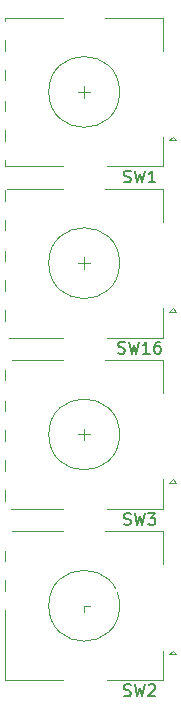
<source format=gto>
G04 #@! TF.GenerationSoftware,KiCad,Pcbnew,(6.0.1)*
G04 #@! TF.CreationDate,2022-01-29T10:27:06+01:00*
G04 #@! TF.ProjectId,mico,6d69636f-2e6b-4696-9361-645f70636258,rev?*
G04 #@! TF.SameCoordinates,Original*
G04 #@! TF.FileFunction,Legend,Top*
G04 #@! TF.FilePolarity,Positive*
%FSLAX46Y46*%
G04 Gerber Fmt 4.6, Leading zero omitted, Abs format (unit mm)*
G04 Created by KiCad (PCBNEW (6.0.1)) date 2022-01-29 10:27:06*
%MOMM*%
%LPD*%
G01*
G04 APERTURE LIST*
%ADD10C,0.150000*%
%ADD11C,0.120000*%
%ADD12R,2.000000X2.000000*%
%ADD13C,2.000000*%
%ADD14R,3.000000X2.500000*%
%ADD15O,1.500000X1.500000*%
%ADD16O,1.800000X1.800000*%
%ADD17O,1.700000X1.700000*%
%ADD18R,1.700000X1.700000*%
G04 APERTURE END LIST*
D10*
X139416666Y-81604761D02*
X139559523Y-81652380D01*
X139797619Y-81652380D01*
X139892857Y-81604761D01*
X139940476Y-81557142D01*
X139988095Y-81461904D01*
X139988095Y-81366666D01*
X139940476Y-81271428D01*
X139892857Y-81223809D01*
X139797619Y-81176190D01*
X139607142Y-81128571D01*
X139511904Y-81080952D01*
X139464285Y-81033333D01*
X139416666Y-80938095D01*
X139416666Y-80842857D01*
X139464285Y-80747619D01*
X139511904Y-80700000D01*
X139607142Y-80652380D01*
X139845238Y-80652380D01*
X139988095Y-80700000D01*
X140321428Y-80652380D02*
X140559523Y-81652380D01*
X140750000Y-80938095D01*
X140940476Y-81652380D01*
X141178571Y-80652380D01*
X142083333Y-81652380D02*
X141511904Y-81652380D01*
X141797619Y-81652380D02*
X141797619Y-80652380D01*
X141702380Y-80795238D01*
X141607142Y-80890476D01*
X141511904Y-80938095D01*
X138940476Y-96104761D02*
X139083333Y-96152380D01*
X139321428Y-96152380D01*
X139416666Y-96104761D01*
X139464285Y-96057142D01*
X139511904Y-95961904D01*
X139511904Y-95866666D01*
X139464285Y-95771428D01*
X139416666Y-95723809D01*
X139321428Y-95676190D01*
X139130952Y-95628571D01*
X139035714Y-95580952D01*
X138988095Y-95533333D01*
X138940476Y-95438095D01*
X138940476Y-95342857D01*
X138988095Y-95247619D01*
X139035714Y-95200000D01*
X139130952Y-95152380D01*
X139369047Y-95152380D01*
X139511904Y-95200000D01*
X139845238Y-95152380D02*
X140083333Y-96152380D01*
X140273809Y-95438095D01*
X140464285Y-96152380D01*
X140702380Y-95152380D01*
X141607142Y-96152380D02*
X141035714Y-96152380D01*
X141321428Y-96152380D02*
X141321428Y-95152380D01*
X141226190Y-95295238D01*
X141130952Y-95390476D01*
X141035714Y-95438095D01*
X142464285Y-95152380D02*
X142273809Y-95152380D01*
X142178571Y-95200000D01*
X142130952Y-95247619D01*
X142035714Y-95390476D01*
X141988095Y-95580952D01*
X141988095Y-95961904D01*
X142035714Y-96057142D01*
X142083333Y-96104761D01*
X142178571Y-96152380D01*
X142369047Y-96152380D01*
X142464285Y-96104761D01*
X142511904Y-96057142D01*
X142559523Y-95961904D01*
X142559523Y-95723809D01*
X142511904Y-95628571D01*
X142464285Y-95580952D01*
X142369047Y-95533333D01*
X142178571Y-95533333D01*
X142083333Y-95580952D01*
X142035714Y-95628571D01*
X141988095Y-95723809D01*
X139416666Y-125104761D02*
X139559523Y-125152380D01*
X139797619Y-125152380D01*
X139892857Y-125104761D01*
X139940476Y-125057142D01*
X139988095Y-124961904D01*
X139988095Y-124866666D01*
X139940476Y-124771428D01*
X139892857Y-124723809D01*
X139797619Y-124676190D01*
X139607142Y-124628571D01*
X139511904Y-124580952D01*
X139464285Y-124533333D01*
X139416666Y-124438095D01*
X139416666Y-124342857D01*
X139464285Y-124247619D01*
X139511904Y-124200000D01*
X139607142Y-124152380D01*
X139845238Y-124152380D01*
X139988095Y-124200000D01*
X140321428Y-124152380D02*
X140559523Y-125152380D01*
X140750000Y-124438095D01*
X140940476Y-125152380D01*
X141178571Y-124152380D01*
X141511904Y-124247619D02*
X141559523Y-124200000D01*
X141654761Y-124152380D01*
X141892857Y-124152380D01*
X141988095Y-124200000D01*
X142035714Y-124247619D01*
X142083333Y-124342857D01*
X142083333Y-124438095D01*
X142035714Y-124580952D01*
X141464285Y-125152380D01*
X142083333Y-125152380D01*
X139416666Y-110604761D02*
X139559523Y-110652380D01*
X139797619Y-110652380D01*
X139892857Y-110604761D01*
X139940476Y-110557142D01*
X139988095Y-110461904D01*
X139988095Y-110366666D01*
X139940476Y-110271428D01*
X139892857Y-110223809D01*
X139797619Y-110176190D01*
X139607142Y-110128571D01*
X139511904Y-110080952D01*
X139464285Y-110033333D01*
X139416666Y-109938095D01*
X139416666Y-109842857D01*
X139464285Y-109747619D01*
X139511904Y-109700000D01*
X139607142Y-109652380D01*
X139845238Y-109652380D01*
X139988095Y-109700000D01*
X140321428Y-109652380D02*
X140559523Y-110652380D01*
X140750000Y-109938095D01*
X140940476Y-110652380D01*
X141178571Y-109652380D01*
X141464285Y-109652380D02*
X142083333Y-109652380D01*
X141750000Y-110033333D01*
X141892857Y-110033333D01*
X141988095Y-110080952D01*
X142035714Y-110128571D01*
X142083333Y-110223809D01*
X142083333Y-110461904D01*
X142035714Y-110557142D01*
X141988095Y-110604761D01*
X141892857Y-110652380D01*
X141607142Y-110652380D01*
X141511904Y-110604761D01*
X141464285Y-110557142D01*
D11*
X142750000Y-80300000D02*
X142750000Y-77800000D01*
X143250000Y-78100000D02*
X143550000Y-77800000D01*
X137950000Y-80300000D02*
X142750000Y-80300000D01*
X136050000Y-74500000D02*
X136050000Y-73500000D01*
X134250000Y-80300000D02*
X129350000Y-80300000D01*
X137850000Y-67700000D02*
X142750000Y-67700000D01*
X129350000Y-80300000D02*
X129350000Y-67700000D01*
X143550000Y-77800000D02*
X143850000Y-78100000D01*
X143850000Y-78100000D02*
X143250000Y-78100000D01*
X129350000Y-67700000D02*
X134250000Y-67700000D01*
X136550000Y-74000000D02*
X135550000Y-74000000D01*
X142750000Y-67700000D02*
X142750000Y-70500000D01*
X139050000Y-74000000D02*
G75*
G03*
X139050000Y-74000000I-3000000J0D01*
G01*
X137950000Y-94800000D02*
X142750000Y-94800000D01*
X142750000Y-82200000D02*
X142750000Y-85000000D01*
X137850000Y-82200000D02*
X142750000Y-82200000D01*
X143250000Y-92600000D02*
X143550000Y-92300000D01*
X129350000Y-82200000D02*
X134250000Y-82200000D01*
X136550000Y-88500000D02*
X135550000Y-88500000D01*
X142750000Y-94800000D02*
X142750000Y-92300000D01*
X134250000Y-94800000D02*
X129350000Y-94800000D01*
X143550000Y-92300000D02*
X143850000Y-92600000D01*
X143850000Y-92600000D02*
X143250000Y-92600000D01*
X136050000Y-89000000D02*
X136050000Y-88000000D01*
X129350000Y-94800000D02*
X129350000Y-82200000D01*
X139050000Y-88500000D02*
G75*
G03*
X139050000Y-88500000I-3000000J0D01*
G01*
X143550000Y-121300000D02*
X143850000Y-121600000D01*
X142750000Y-123800000D02*
X142750000Y-121300000D01*
X129350000Y-111200000D02*
X134250000Y-111200000D01*
X136550000Y-117500000D02*
X135550000Y-117500000D01*
X136050000Y-118000000D02*
X136050000Y-117000000D01*
X137950000Y-123800000D02*
X142750000Y-123800000D01*
X142750000Y-111200000D02*
X142750000Y-114000000D01*
X137850000Y-111200000D02*
X142750000Y-111200000D01*
X143850000Y-121600000D02*
X143250000Y-121600000D01*
X129350000Y-123800000D02*
X129350000Y-111200000D01*
X134250000Y-123800000D02*
X129350000Y-123800000D01*
X143250000Y-121600000D02*
X143550000Y-121300000D01*
X139050000Y-117500000D02*
G75*
G03*
X139050000Y-117500000I-3000000J0D01*
G01*
X134250000Y-109300000D02*
X129350000Y-109300000D01*
X143550000Y-106800000D02*
X143850000Y-107100000D01*
X143250000Y-107100000D02*
X143550000Y-106800000D01*
X129350000Y-109300000D02*
X129350000Y-96700000D01*
X137950000Y-109300000D02*
X142750000Y-109300000D01*
X136550000Y-103000000D02*
X135550000Y-103000000D01*
X142750000Y-96700000D02*
X142750000Y-99500000D01*
X129350000Y-96700000D02*
X134250000Y-96700000D01*
X143850000Y-107100000D02*
X143250000Y-107100000D01*
X137850000Y-96700000D02*
X142750000Y-96700000D01*
X136050000Y-103500000D02*
X136050000Y-102500000D01*
X142750000Y-109300000D02*
X142750000Y-106800000D01*
X139050000Y-103000000D02*
G75*
G03*
X139050000Y-103000000I-3000000J0D01*
G01*
%LPC*%
D12*
X143550000Y-76500000D03*
D13*
X143550000Y-71500000D03*
X143550000Y-74000000D03*
D14*
X136050000Y-68400000D03*
X136050000Y-79600000D03*
D12*
X143550000Y-91000000D03*
D13*
X143550000Y-86000000D03*
X143550000Y-88500000D03*
D14*
X136050000Y-82900000D03*
X136050000Y-94100000D03*
D12*
X143550000Y-120000000D03*
D13*
X143550000Y-115000000D03*
X143550000Y-117500000D03*
D14*
X136050000Y-111900000D03*
X136050000Y-123100000D03*
D12*
X143550000Y-105500000D03*
D13*
X143550000Y-100500000D03*
X143550000Y-103000000D03*
D14*
X136050000Y-97400000D03*
X136050000Y-108600000D03*
D15*
X140425000Y-72030000D03*
D16*
X135275000Y-69000000D03*
X140725000Y-69000000D03*
D15*
X135575000Y-72030000D03*
D17*
X146890000Y-68870000D03*
X146890000Y-71410000D03*
D18*
X146890000Y-73950000D03*
D17*
X146890000Y-76490000D03*
X146890000Y-79030000D03*
X146890000Y-81570000D03*
X146890000Y-84110000D03*
D18*
X146890000Y-86650000D03*
D17*
X146890000Y-89190000D03*
X146890000Y-91730000D03*
X146890000Y-94270000D03*
X146890000Y-96810000D03*
D18*
X146890000Y-99350000D03*
D17*
X146890000Y-101890000D03*
X146890000Y-104430000D03*
X146890000Y-106970000D03*
X146890000Y-109510000D03*
D18*
X146890000Y-112050000D03*
D17*
X146890000Y-114590000D03*
X146890000Y-117130000D03*
X129110000Y-117130000D03*
X129110000Y-114590000D03*
D18*
X129110000Y-112050000D03*
D17*
X129110000Y-109510000D03*
X129110000Y-106970000D03*
X129110000Y-104430000D03*
X129110000Y-101890000D03*
D18*
X129110000Y-99350000D03*
D17*
X129110000Y-96810000D03*
X129110000Y-94270000D03*
X129110000Y-91730000D03*
X129110000Y-89190000D03*
D18*
X129110000Y-86650000D03*
D17*
X129110000Y-84110000D03*
X129110000Y-81570000D03*
X129110000Y-79030000D03*
X129110000Y-76490000D03*
D18*
X129110000Y-73950000D03*
D17*
X129110000Y-71410000D03*
X129110000Y-68870000D03*
X140540000Y-116900000D03*
D18*
X138000000Y-116900000D03*
D17*
X135460000Y-116900000D03*
M02*

</source>
